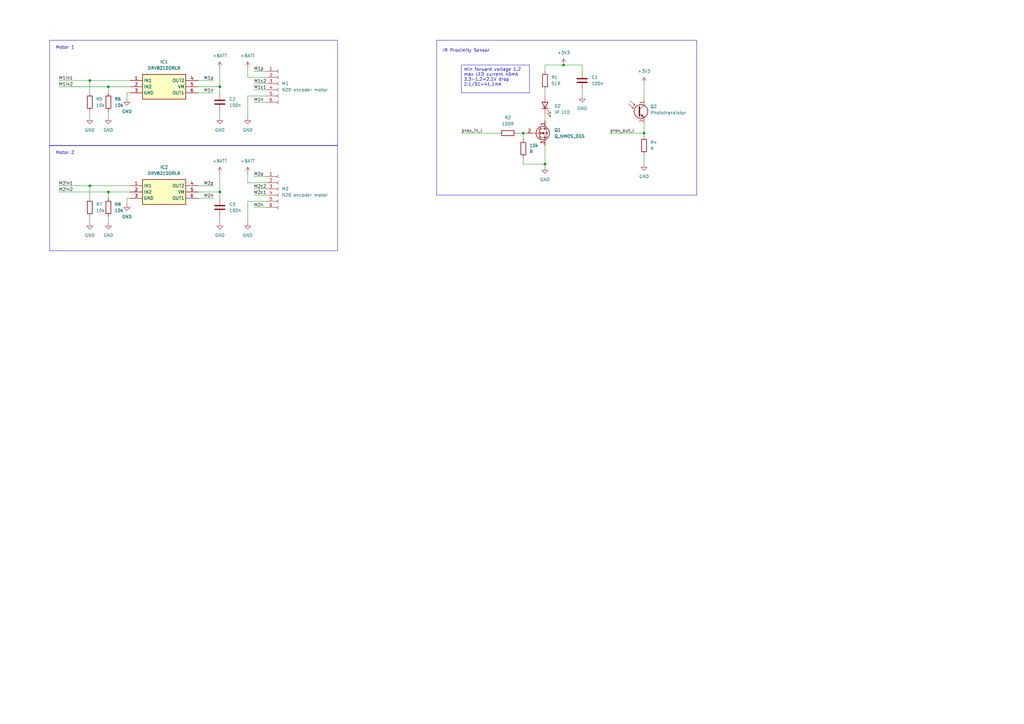
<source format=kicad_sch>
(kicad_sch (version 20230121) (generator eeschema)
  (paper "A3")
  (lib_symbols
    (symbol "Connector:Conn_01x06_Socket" (pin_names (offset 1.016) hide)
      (property "Reference" "J" (at 0 7.62 0))
      (property "Value" "Conn_01x06_Socket" (at 0 -10.16 0))
      (symbol "Conn_01x06_Socket_1_1"
        (arc (start 0 -7.112) (mid -0.5058 -7.62) (end 0 -8.128) (stroke (width 0.1524)))
        (arc (start 0 -4.572) (mid -0.5058 -5.08) (end 0 -5.588) (stroke (width 0.1524)))
        (arc (start 0 -2.032) (mid -0.5058 -2.54) (end 0 -3.048) (stroke (width 0.1524)))
        (polyline (pts (xy -1.27 -7.62) (xy -0.508 -7.62)) (stroke (width 0.1524)))
        (polyline (pts (xy -1.27 -5.08) (xy -0.508 -5.08)) (stroke (width 0.1524)))
        (polyline (pts (xy -1.27 -2.54) (xy -0.508 -2.54)) (stroke (width 0.1524)))
        (polyline (pts (xy -1.27 0) (xy -0.508 0)) (stroke (width 0.1524)))
        (polyline (pts (xy -1.27 2.54) (xy -0.508 2.54)) (stroke (width 0.1524)))
        (polyline (pts (xy -1.27 5.08) (xy -0.508 5.08)) (stroke (width 0.1524)))
        (arc (start 0 0.508) (mid -0.5058 0) (end 0 -0.508) (stroke (width 0.1524)))
        (arc (start 0 3.048) (mid -0.5058 2.54) (end 0 2.032) (stroke (width 0.1524)))
        (arc (start 0 5.588) (mid -0.5058 5.08) (end 0 4.572) (stroke (width 0.1524)))
        (pin passive line (at -5.08 5.08 0) (length 3.81) (name "Pin_1") (number "1"))
        (pin passive line (at -5.08 2.54 0) (length 3.81) (name "Pin_2") (number "2"))
        (pin passive line (at -5.08 0 0) (length 3.81) (name "Pin_3") (number "3"))
        (pin passive line (at -5.08 -2.54 0) (length 3.81) (name "Pin_4") (number "4"))
        (pin passive line (at -5.08 -5.08 0) (length 3.81) (name "Pin_5") (number "5"))
        (pin passive line (at -5.08 -7.62 0) (length 3.81) (name "Pin_6") (number "6"))
      )
    )
    (symbol "DRV8210DRLR:DRV8210DRLR"
      (property "Reference" "IC" (at 24.13 7.62 0))
      (property "Value" "DRV8210DRLR" (at 24.13 5.08 0))
      (symbol "DRV8210DRLR_1_1"
        (rectangle (start 5.08 2.54) (end 22.86 -7.62) (stroke (width 0.254)) (fill (type background)))
        (pin passive line (at 0 0 0) (length 5.08) (name "IN1") (number "1"))
        (pin passive line (at 0 -2.54 0) (length 5.08) (name "IN2") (number "2"))
        (pin passive line (at 0 -5.08 0) (length 5.08) (name "GND") (number "3"))
        (pin passive line (at 27.94 0 180) (length 5.08) (name "OUT2") (number "4"))
        (pin passive line (at 27.94 -2.54 180) (length 5.08) (name "VM") (number "5"))
        (pin passive line (at 27.94 -5.08 180) (length 5.08) (name "OUT1") (number "6"))
      )
    )
    (symbol "Device:C" (pin_numbers hide) (pin_names (offset 0.254))
      (property "Reference" "C" (at 0.635 2.54 0))
      (property "Value" "C" (at 0.635 -2.54 0))
      (symbol "C_0_1"
        (polyline (pts (xy -2.032 -0.762) (xy 2.032 -0.762)) (stroke (width 0.508)))
        (polyline (pts (xy -2.032 0.762) (xy 2.032 0.762)) (stroke (width 0.508)))
      )
      (symbol "C_1_1"
        (pin passive line (at 0 3.81 270) (length 2.794) (name "~") (number "1"))
        (pin passive line (at 0 -3.81 90) (length 2.794) (name "~") (number "2"))
      )
    )
    (symbol "Device:LED" (pin_numbers hide) (pin_names (offset 1.016) hide)
      (property "Reference" "D" (at 0 2.54 0))
      (property "Value" "LED" (at 0 -2.54 0))
      (symbol "LED_0_1"
        (polyline (pts (xy -1.27 -1.27) (xy -1.27 1.27)) (stroke (width 0.254)))
        (polyline (pts (xy -1.27 0) (xy 1.27 0)))
        (polyline (pts (xy 1.27 -1.27) (xy 1.27 1.27) (xy -1.27 0) (xy 1.27 -1.27)) (stroke (width 0.254)))
        (polyline (pts (xy -3.048 -0.762) (xy -4.572 -2.286) (xy -3.81 -2.286) (xy -4.572 -2.286) (xy -4.572 -1.524)))
        (polyline (pts (xy -1.778 -0.762) (xy -3.302 -2.286) (xy -2.54 -2.286) (xy -3.302 -2.286) (xy -3.302 -1.524)))
      )
      (symbol "LED_1_1"
        (pin passive line (at -3.81 0 0) (length 2.54) (name "K") (number "1"))
        (pin passive line (at 3.81 0 180) (length 2.54) (name "A") (number "2"))
      )
    )
    (symbol "Device:Q_NMOS_DGS" (pin_names (offset 0) hide)
      (property "Reference" "Q" (at 5.08 1.27 0))
      (property "Value" "Q_NMOS_DGS" (at 5.08 -1.27 0))
      (symbol "Q_NMOS_DGS_0_1"
        (polyline (pts (xy 0.254 0) (xy -2.54 0)))
        (polyline (pts (xy 0.254 1.905) (xy 0.254 -1.905)) (stroke (width 0.254)))
        (polyline (pts (xy 0.762 -1.27) (xy 0.762 -2.286)) (stroke (width 0.254)))
        (polyline (pts (xy 0.762 0.508) (xy 0.762 -0.508)) (stroke (width 0.254)))
        (polyline (pts (xy 0.762 2.286) (xy 0.762 1.27)) (stroke (width 0.254)))
        (polyline (pts (xy 2.54 2.54) (xy 2.54 1.778)))
        (polyline (pts (xy 2.54 -2.54) (xy 2.54 0) (xy 0.762 0)))
        (polyline (pts (xy 0.762 -1.778) (xy 3.302 -1.778) (xy 3.302 1.778) (xy 0.762 1.778)))
        (polyline (pts (xy 1.016 0) (xy 2.032 0.381) (xy 2.032 -0.381) (xy 1.016 0)) (fill (type outline)))
        (polyline (pts (xy 2.794 0.508) (xy 2.921 0.381) (xy 3.683 0.381) (xy 3.81 0.254)))
        (polyline (pts (xy 3.302 0.381) (xy 2.921 -0.254) (xy 3.683 -0.254) (xy 3.302 0.381)))
        (circle (center 1.651 0) (radius 2.794) (stroke (width 0.254)))
        (circle (center 2.54 -1.778) (radius 0.254) (fill (type outline)))
        (circle (center 2.54 1.778) (radius 0.254) (fill (type outline)))
      )
      (symbol "Q_NMOS_DGS_1_1"
        (pin passive line (at 2.54 5.08 270) (length 2.54) (name "D") (number "1"))
        (pin input line (at -5.08 0 0) (length 2.54) (name "G") (number "2"))
        (pin passive line (at 2.54 -5.08 90) (length 2.54) (name "S") (number "3"))
      )
    )
    (symbol "Device:Q_Photo_NPN" (pin_names (offset 0) hide)
      (property "Reference" "Q" (at 5.08 1.27 0))
      (property "Value" "Q_Photo_NPN" (at 5.08 -1.27 0))
      (symbol "Q_Photo_NPN_0_1"
        (polyline (pts (xy -1.905 1.27) (xy -2.54 1.27)))
        (polyline (pts (xy -1.27 2.54) (xy -1.905 2.54)))
        (polyline (pts (xy 0.635 0.635) (xy 2.54 2.54)))
        (polyline (pts (xy -3.81 3.175) (xy -1.905 1.27) (xy -1.905 1.905)))
        (polyline (pts (xy -3.175 4.445) (xy -1.27 2.54) (xy -1.27 3.175)))
        (polyline (pts (xy 0.635 -0.635) (xy 2.54 -2.54) (xy 2.54 -2.54)))
        (polyline (pts (xy 0.635 1.905) (xy 0.635 -1.905) (xy 0.635 -1.905)) (stroke (width 0.508)))
        (polyline (pts (xy 1.27 -1.778) (xy 1.778 -1.27) (xy 2.286 -2.286) (xy 1.27 -1.778) (xy 1.27 -1.778)) (fill (type outline)))
        (circle (center 1.27 0) (radius 2.8194) (stroke (width 0.254)))
      )
      (symbol "Q_Photo_NPN_1_1"
        (pin passive line (at 2.54 5.08 270) (length 2.54) (name "C") (number "1"))
        (pin passive line (at 2.54 -5.08 90) (length 2.54) (name "E") (number "2"))
      )
    )
    (symbol "Device:R" (pin_numbers hide) (pin_names (offset 0))
      (property "Reference" "R" (at 2.032 0 90))
      (property "Value" "R" (at 0 0 90))
      (symbol "R_0_1"
        (rectangle (start -1.016 -2.54) (end 1.016 2.54) (stroke (width 0.254)))
      )
      (symbol "R_1_1"
        (pin passive line (at 0 3.81 270) (length 1.27) (name "~") (number "1"))
        (pin passive line (at 0 -3.81 90) (length 1.27) (name "~") (number "2"))
      )
    )
    (symbol "power:+3V3" (power) (pin_names (offset 0))
      (property "Value" "+3V3" (at 0 3.556 0))
      (symbol "+3V3_0_1"
        (polyline (pts (xy -0.762 1.27) (xy 0 2.54)))
        (polyline (pts (xy 0 0) (xy 0 2.54)))
        (polyline (pts (xy 0 2.54) (xy 0.762 1.27)))
      )
      (symbol "+3V3_1_1"
        (pin power_in line (at 0 0 90) (length 0) hide (name "+3V3") (number "1"))
      )
    )
    (symbol "power:+BATT" (power) (pin_names (offset 0))
      (property "Value" "+BATT" (at 0 3.556 0))
      (symbol "+BATT_0_1"
        (polyline (pts (xy -0.762 1.27) (xy 0 2.54)))
        (polyline (pts (xy 0 0) (xy 0 2.54)))
        (polyline (pts (xy 0 2.54) (xy 0.762 1.27)))
      )
      (symbol "+BATT_1_1"
        (pin power_in line (at 0 0 90) (length 0) hide (name "+BATT") (number "1"))
      )
    )
    (symbol "power:GND" (power) (pin_names (offset 0))
      (property "Value" "GND" (at 0 -3.81 0))
      (symbol "GND_0_1"
        (polyline (pts (xy 0 0) (xy 0 -1.27) (xy 1.27 -1.27) (xy 0 -2.54) (xy -1.27 -1.27) (xy 0 -1.27)))
      )
      (symbol "GND_1_1"
        (pin power_in line (at 0 0 270) (length 0) hide (name "GND") (number "1"))
      )
    )
  )
  (junction (at 264.16 54.61))
  (junction (at 90.17 78.74))
  (junction (at 231.14 26.67))
  (junction (at 44.45 35.56))
  (junction (at 36.83 76.2))
  (junction (at 36.83 33.02))
  (junction (at 90.17 35.56))
  (junction (at 214.63 54.61))
  (junction (at 44.45 78.74))
  (junction (at 223.52 67.31))
  (wire (pts (xy 52.07 81.28) (xy 53.34 81.28)))
  (wire (pts (xy 101.6 31.75) (xy 109.22 31.75)))
  (wire (pts (xy 81.28 81.28) (xy 87.63 81.28)))
  (wire (pts (xy 104.14 85.09) (xy 109.22 85.09)))
  (wire (pts (xy 214.63 67.31) (xy 223.52 67.31)))
  (wire (pts (xy 90.17 45.72) (xy 90.17 48.26)))
  (wire (pts (xy 223.52 59.69) (xy 223.52 67.31)))
  (wire (pts (xy 90.17 27.94) (xy 90.17 35.56)))
  (wire (pts (xy 104.14 72.39) (xy 109.22 72.39)))
  (wire (pts (xy 52.07 83.82) (xy 52.07 81.28)))
  (wire (pts (xy 223.52 26.67) (xy 231.14 26.67)))
  (wire (pts (xy 101.6 39.37) (xy 109.22 39.37)))
  (wire (pts (xy 223.52 46.99) (xy 223.52 49.53)))
  (wire (pts (xy 264.16 54.61) (xy 264.16 55.88)))
  (wire (pts (xy 104.14 77.47) (xy 109.22 77.47)))
  (wire (pts (xy 104.14 80.01) (xy 109.22 80.01)))
  (wire (pts (xy 104.14 41.91) (xy 109.22 41.91)))
  (wire (pts (xy 36.83 45.72) (xy 36.83 48.26)))
  (wire (pts (xy 44.45 78.74) (xy 44.45 81.28)))
  (wire (pts (xy 104.14 36.83) (xy 109.22 36.83)))
  (wire (pts (xy 264.16 34.29) (xy 264.16 40.64)))
  (wire (pts (xy 44.45 88.9) (xy 44.45 91.44)))
  (wire (pts (xy 104.14 29.21) (xy 109.22 29.21)))
  (wire (pts (xy 212.09 54.61) (xy 214.63 54.61)))
  (wire (pts (xy 90.17 35.56) (xy 81.28 35.56)))
  (wire (pts (xy 101.6 74.93) (xy 109.22 74.93)))
  (wire (pts (xy 223.52 36.83) (xy 223.52 39.37)))
  (wire (pts (xy 238.76 29.21) (xy 238.76 26.67)))
  (wire (pts (xy 90.17 78.74) (xy 90.17 81.28)))
  (wire (pts (xy 101.6 31.75) (xy 101.6 27.94)))
  (wire (pts (xy 90.17 35.56) (xy 90.17 38.1)))
  (wire (pts (xy 24.13 78.74) (xy 44.45 78.74)))
  (wire (pts (xy 104.14 34.29) (xy 109.22 34.29)))
  (wire (pts (xy 90.17 78.74) (xy 81.28 78.74)))
  (wire (pts (xy 250.19 54.61) (xy 264.16 54.61)))
  (wire (pts (xy 264.16 63.5) (xy 264.16 67.31)))
  (wire (pts (xy 36.83 76.2) (xy 53.34 76.2)))
  (wire (pts (xy 36.83 88.9) (xy 36.83 91.44)))
  (wire (pts (xy 36.83 33.02) (xy 36.83 38.1)))
  (wire (pts (xy 223.52 26.67) (xy 223.52 29.21)))
  (wire (pts (xy 44.45 35.56) (xy 44.45 38.1)))
  (wire (pts (xy 81.28 38.1) (xy 87.63 38.1)))
  (wire (pts (xy 189.23 54.61) (xy 204.47 54.61)))
  (wire (pts (xy 214.63 54.61) (xy 214.63 57.15)))
  (wire (pts (xy 238.76 36.83) (xy 238.76 39.37)))
  (wire (pts (xy 36.83 33.02) (xy 53.34 33.02)))
  (wire (pts (xy 214.63 54.61) (xy 215.9 54.61)))
  (wire (pts (xy 24.13 76.2) (xy 36.83 76.2)))
  (wire (pts (xy 44.45 35.56) (xy 53.34 35.56)))
  (wire (pts (xy 81.28 76.2) (xy 87.63 76.2)))
  (wire (pts (xy 44.45 78.74) (xy 53.34 78.74)))
  (wire (pts (xy 264.16 50.8) (xy 264.16 54.61)))
  (wire (pts (xy 36.83 76.2) (xy 36.83 81.28)))
  (wire (pts (xy 52.07 40.64) (xy 52.07 38.1)))
  (wire (pts (xy 231.14 26.67) (xy 238.76 26.67)))
  (wire (pts (xy 90.17 88.9) (xy 90.17 91.44)))
  (wire (pts (xy 90.17 71.12) (xy 90.17 78.74)))
  (wire (pts (xy 44.45 45.72) (xy 44.45 48.26)))
  (wire (pts (xy 223.52 67.31) (xy 223.52 68.58)))
  (wire (pts (xy 101.6 82.55) (xy 101.6 91.44)))
  (wire (pts (xy 101.6 39.37) (xy 101.6 48.26)))
  (wire (pts (xy 101.6 74.93) (xy 101.6 71.12)))
  (wire (pts (xy 52.07 38.1) (xy 53.34 38.1)))
  (wire (pts (xy 24.13 35.56) (xy 44.45 35.56)))
  (wire (pts (xy 24.13 33.02) (xy 36.83 33.02)))
  (wire (pts (xy 81.28 33.02) (xy 87.63 33.02)))
  (wire (pts (xy 101.6 82.55) (xy 109.22 82.55)))
  (wire (pts (xy 214.63 64.77) (xy 214.63 67.31)))
  (rectangle (start 20.32 59.69) (end 138.43 102.87))
  (rectangle (start 276.86 81.28) (end 276.86 81.28))
  (rectangle (start 20.32 16.51) (end 138.43 59.69))
  (rectangle (start 179.07 16.51) (end 285.75 80.01))
  (rectangle (start 180.34 16.51) (end 180.34 16.51))
  (rectangle (start 20.32 12.7) (end 20.32 12.7))
  (text_box "min forward voltage 1.2\nmax LED current 45mA\n3.3-1.2=2.1V drop\n2.1/51=41.1mA" (at 189.23 26.67 0) (size 27.94 11.43) (effects (font (size 1.27 1.27)) (justify left top)))
  (text "IR Proximity Sensor" (at 181.61 21.59 0) (effects (font (size 1.27 1.27)) (justify left bottom)))
  (text "Motor 1" (at 22.86 20.32 0) (effects (font (size 1.27 1.27)) (justify left bottom)))
  (text "Motor 2" (at 22.86 63.5 0) (effects (font (size 1.27 1.27)) (justify left bottom)))
  (label "M2c2" (at 104.14 77.47 0))
  (label "M1c1" (at 104.14 36.83 0))
  (label "M1c2" (at 104.14 34.29 0))
  (label "prox_in_l" (at 189.23 54.61 0))
  (label "M1p" (at 104.14 29.21 0))
  (label "M2in1" (at 24.13 76.2 0))
  (label "M1in2" (at 24.13 35.56 0))
  (label "M1in1" (at 24.13 33.02 0))
  (label "M2n" (at 104.14 85.09 0))
  (label "M1p" (at 87.63 33.02 180))
  (label "prox_out_l" (at 250.19 54.61 0))
  (label "M2c1" (at 104.14 80.01 0))
  (label "M1n" (at 104.14 41.91 0))
  (label "M2n" (at 87.63 81.28 180))
  (label "M1n" (at 87.63 38.1 180))
  (label "M2p" (at 104.14 72.39 0))
  (label "M2in2" (at 24.13 78.74 0))
  (label "M2p" (at 87.63 76.2 180))
  (symbol (lib_id "Connector:Conn_01x06_Socket") (at 114.3 77.47 0) (unit 1)
    (property "Reference" "M2" (at 115.57 77.47 0) (effects (justify left)))
    (property "Value" "N20 encoder motor" (at 115.57 80.01 0) (effects (justify left)))
    (property "Datasheet" "https://www.ti.com/lit/ds/symlink/drv8210.pdf?HQS=dis-mous-null-mousermode-dsf-pf-null-wwe&ts=1685340139340&ref_url=https%253A%252F%252Fwww.ti.com%252Fgeneral%252Fdocs%252Fsuppproductinfo.tsp%253FdistId%253D26%2526gotoUrl%253Dhttps%25253A%25252F%25252Fwww.ti.com%25252Flit%25252Fgpn%25252Fdrv8210" (effects hide))
  )
  (symbol (lib_id "power:GND") (at 90.17 91.44 0) (unit 1)
    (property "Reference" "#PWR017" (effects hide))
    (property "Value" "GND" (at 90.17 96.52 0))
  )
  (symbol (lib_id "Device:Q_Photo_NPN") (at 261.62 45.72 0) (unit 1)
    (property "Reference" "Q2" (at 266.7 43.7007 0) (effects (justify left)))
    (property "Value" "Phototransistor" (at 266.7 46.2407 0) (effects (justify left)))
  )
  (symbol (lib_id "power:+3V3") (at 231.14 26.67 0) (unit 1)
    (property "Reference" "#PWR07" (effects hide))
    (property "Value" "+3V3" (at 231.14 21.59 0))
  )
  (symbol (lib_id "DRV8210DRLR:DRV8210DRLR") (at 53.34 33.02 0) (unit 1)
    (property "Reference" "IC1" (at 67.31 25.4 0))
    (property "Value" "DRV8210DRLR" (at 67.31 27.94 0))
    (property "Footprint" "SOTFL50P160X60-6N" (effects hide))
    (property "Datasheet" "https://www.ti.com/lit/ds/symlink/drv8210.pdf?ts=1641207817417&ref_url=https%253A%252F%252Fwww.google.com%252F" (effects hide))
    (property "Height" "0.6" (effects hide))
    (property "Mouser Part Number" "595-DRV8210DRLR" (effects hide))
    (property "Mouser Price/Stock" "https://www.mouser.co.uk/ProductDetail/Texas-Instruments/DRV8210DRLR?qs=7D1LtPJG0i1B1CHsXZuruQ%3D%3D" (effects hide))
    (property "Manufacturer_Name" "Texas Instruments" (effects hide))
    (property "Manufacturer_Part_Number" "DRV8210DRLR" (effects hide))
  )
  (symbol (lib_id "Device:C") (at 90.17 41.91 0) (unit 1)
    (property "Reference" "C2" (at 93.98 40.64 0) (effects (justify left)))
    (property "Value" "100n" (at 93.98 43.18 0) (effects (justify left)))
  )
  (symbol (lib_id "Device:R") (at 214.63 60.96 0) (unit 1)
    (property "Reference" "10k" (at 217.17 59.69 0) (effects (justify left)))
    (property "Value" "R" (at 217.17 62.23 0) (effects (justify left)))
  )
  (symbol (lib_id "power:+BATT") (at 101.6 27.94 0) (unit 1)
    (property "Reference" "#PWR08" (effects hide))
    (property "Value" "+BATT" (at 101.6 22.86 0))
  )
  (symbol (lib_id "Connector:Conn_01x06_Socket") (at 114.3 34.29 0) (unit 1)
    (property "Reference" "M1" (at 115.57 34.29 0) (effects (justify left)))
    (property "Value" "N20 encoder motor" (at 115.57 36.83 0) (effects (justify left)))
    (property "Datasheet" "https://www.ti.com/lit/ds/symlink/drv8210.pdf?HQS=dis-mous-null-mousermode-dsf-pf-null-wwe&ts=1685340139340&ref_url=https%253A%252F%252Fwww.ti.com%252Fgeneral%252Fdocs%252Fsuppproductinfo.tsp%253FdistId%253D26%2526gotoUrl%253Dhttps%25253A%25252F%25252Fwww.ti.com%25252Flit%25252Fgpn%25252Fdrv8210" (effects hide))
  )
  (symbol (lib_id "Device:R") (at 223.52 33.02 0) (unit 1)
    (property "Reference" "R1" (at 226.06 31.75 0) (effects (justify left)))
    (property "Value" "51R" (at 226.06 34.29 0) (effects (justify left)))
  )
  (symbol (lib_id "DRV8210DRLR:DRV8210DRLR") (at 53.34 76.2 0) (unit 1)
    (property "Reference" "IC2" (at 67.31 68.58 0))
    (property "Value" "DRV8210DRLR" (at 67.31 71.12 0))
    (property "Footprint" "SOTFL50P160X60-6N" (effects hide))
    (property "Datasheet" "https://www.ti.com/lit/ds/symlink/drv8210.pdf?ts=1641207817417&ref_url=https%253A%252F%252Fwww.google.com%252F" (effects hide))
    (property "Height" "0.6" (effects hide))
    (property "Mouser Part Number" "595-DRV8210DRLR" (effects hide))
    (property "Mouser Price/Stock" "https://www.mouser.co.uk/ProductDetail/Texas-Instruments/DRV8210DRLR?qs=7D1LtPJG0i1B1CHsXZuruQ%3D%3D" (effects hide))
    (property "Manufacturer_Name" "Texas Instruments" (effects hide))
    (property "Manufacturer_Part_Number" "DRV8210DRLR" (effects hide))
  )
  (symbol (lib_id "power:GND") (at 90.17 48.26 0) (unit 1)
    (property "Reference" "#PWR012" (effects hide))
    (property "Value" "GND" (at 90.17 53.34 0))
  )
  (symbol (lib_id "power:+BATT") (at 90.17 71.12 0) (unit 1)
    (property "Reference" "#PWR016" (effects hide))
    (property "Value" "+BATT" (at 90.17 66.04 0))
  )
  (symbol (lib_id "Device:R") (at 44.45 85.09 0) (unit 1)
    (property "Reference" "R8" (at 46.99 83.82 0) (effects (justify left)))
    (property "Value" "10k" (at 46.99 86.36 0) (effects (justify left)))
  )
  (symbol (lib_id "power:GND") (at 223.52 68.58 0) (unit 1)
    (property "Reference" "#PWR01" (effects hide))
    (property "Value" "GND" (at 223.52 73.66 0))
  )
  (symbol (lib_id "power:GND") (at 101.6 91.44 0) (unit 1)
    (property "Reference" "#PWR019" (effects hide))
    (property "Value" "GND" (at 101.6 96.52 0))
  )
  (symbol (lib_id "power:GND") (at 238.76 39.37 0) (unit 1)
    (property "Reference" "#PWR05" (effects hide))
    (property "Value" "GND" (at 238.76 44.45 0))
  )
  (symbol (lib_id "power:GND") (at 264.16 67.31 0) (unit 1)
    (property "Reference" "#PWR04" (effects hide))
    (property "Value" "GND" (at 264.16 72.39 0))
  )
  (symbol (lib_id "power:GND") (at 44.45 48.26 0) (unit 1)
    (property "Reference" "#PWR010" (effects hide))
    (property "Value" "GND" (at 44.45 53.34 0))
  )
  (symbol (lib_id "power:GND") (at 101.6 48.26 0) (unit 1)
    (property "Reference" "#PWR09" (effects hide))
    (property "Value" "GND" (at 101.6 53.34 0))
  )
  (symbol (lib_id "power:+BATT") (at 90.17 27.94 0) (unit 1)
    (property "Reference" "#PWR06" (effects hide))
    (property "Value" "+BATT" (at 90.17 22.86 0))
  )
  (symbol (lib_id "Device:C") (at 238.76 33.02 0) (unit 1)
    (property "Reference" "C1" (at 242.57 31.75 0) (effects (justify left)))
    (property "Value" "100n" (at 242.57 34.29 0) (effects (justify left)))
  )
  (symbol (lib_id "power:GND") (at 52.07 83.82 0) (unit 1)
    (property "Reference" "#PWR015" (effects hide))
    (property "Value" "GND" (at 52.07 88.9 0))
  )
  (symbol (lib_id "Device:R") (at 208.28 54.61 90) (unit 1)
    (property "Reference" "R2" (at 208.28 48.26 90))
    (property "Value" "100R" (at 208.28 50.8 90))
  )
  (symbol (lib_id "Device:C") (at 90.17 85.09 0) (unit 1)
    (property "Reference" "C3" (at 93.98 83.82 0) (effects (justify left)))
    (property "Value" "100n" (at 93.98 86.36 0) (effects (justify left)))
  )
  (symbol (lib_id "power:+3V3") (at 264.16 34.29 0) (unit 1)
    (property "Reference" "#PWR03" (effects hide))
    (property "Value" "+3V3" (at 264.16 29.21 0))
  )
  (symbol (lib_id "power:GND") (at 36.83 48.26 0) (unit 1)
    (property "Reference" "#PWR011" (effects hide))
    (property "Value" "GND" (at 36.83 53.34 0))
  )
  (symbol (lib_id "Device:R") (at 44.45 41.91 0) (unit 1)
    (property "Reference" "R6" (at 46.99 40.64 0) (effects (justify left)))
    (property "Value" "10k" (at 46.99 43.18 0) (effects (justify left)))
  )
  (symbol (lib_id "Device:R") (at 36.83 85.09 0) (unit 1)
    (property "Reference" "R7" (at 39.37 83.82 0) (effects (justify left)))
    (property "Value" "10k" (at 39.37 86.36 0) (effects (justify left)))
  )
  (symbol (lib_id "power:GND") (at 52.07 40.64 0) (unit 1)
    (property "Reference" "#PWR02" (effects hide))
    (property "Value" "GND" (at 52.07 45.72 0))
  )
  (symbol (lib_id "Device:LED") (at 223.52 43.18 90) (unit 1)
    (property "Reference" "D2" (at 227.33 43.4975 90) (effects (justify right)))
    (property "Value" "IR LED" (at 227.33 46.0375 90) (effects (justify right)))
  )
  (symbol (lib_id "power:GND") (at 44.45 91.44 0) (unit 1)
    (property "Reference" "#PWR014" (effects hide))
    (property "Value" "GND" (at 44.45 96.52 0))
  )
  (symbol (lib_id "power:GND") (at 36.83 91.44 0) (unit 1)
    (property "Reference" "#PWR013" (effects hide))
    (property "Value" "GND" (at 36.83 96.52 0))
  )
  (symbol (lib_id "Device:Q_NMOS_DGS") (at 220.98 54.61 0) (unit 1)
    (property "Reference" "Q1" (at 227.33 53.34 0) (effects (justify left)))
    (property "Value" "Q_NMOS_DGS" (at 227.33 55.88 0) (effects (justify left)))
  )
  (symbol (lib_id "power:+BATT") (at 101.6 71.12 0) (unit 1)
    (property "Reference" "#PWR018" (effects hide))
    (property "Value" "+BATT" (at 101.6 66.04 0))
  )
  (symbol (lib_id "Device:R") (at 36.83 41.91 0) (unit 1)
    (property "Reference" "R5" (at 39.37 40.64 0) (effects (justify left)))
    (property "Value" "10k" (at 39.37 43.18 0) (effects (justify left)))
  )
  (symbol (lib_id "Device:R") (at 264.16 59.69 180) (unit 1)
    (property "Reference" "R4" (at 266.7 58.42 0) (effects (justify right)))
    (property "Value" "R" (at 266.7 60.96 0) (effects (justify right)))
  )
)
</source>
